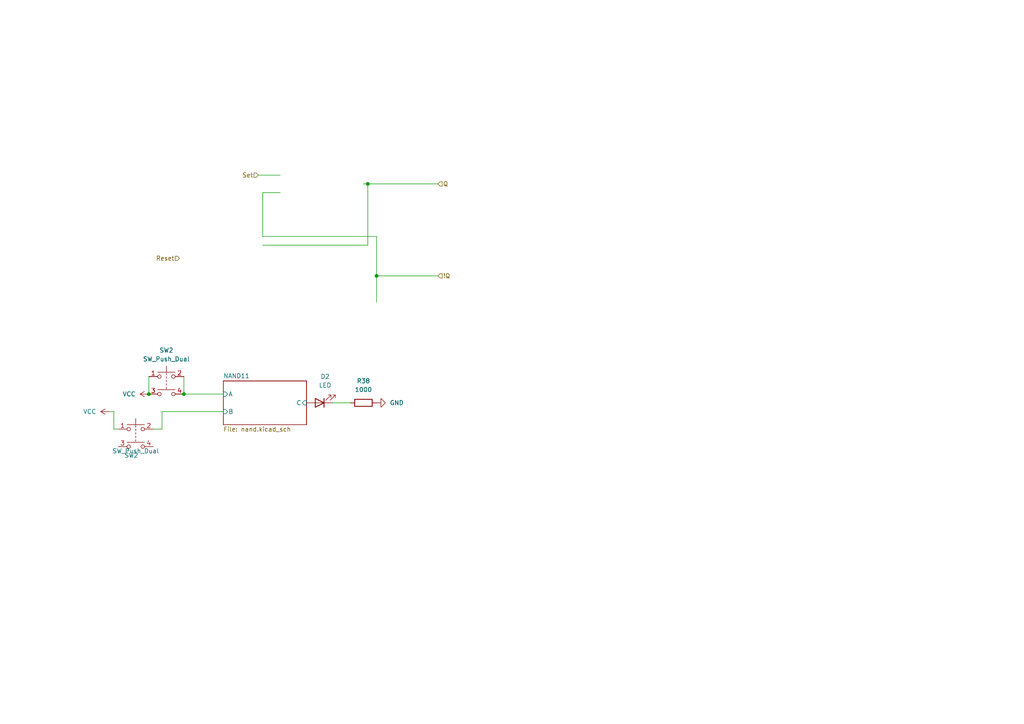
<source format=kicad_sch>
(kicad_sch (version 20230121) (generator eeschema)
  (paper "A4")
  (lib_symbols
    (symbol "Device:LED" (pin_numbers hide) (pin_names (offset 1.016) hide)
      (property "Reference" "D" (at 0 2.54 0))
      (property "Value" "LED" (at 0 -2.54 0))
      (symbol "LED_0_1"
        (polyline (pts (xy -1.27 -1.27) (xy -1.27 1.27)) (stroke (width 0.254)))
        (polyline (pts (xy -1.27 0) (xy 1.27 0)))
        (polyline (pts (xy 1.27 -1.27) (xy 1.27 1.27) (xy -1.27 0) (xy 1.27 -1.27)) (stroke (width 0.254)))
        (polyline (pts (xy -3.048 -0.762) (xy -4.572 -2.286) (xy -3.81 -2.286) (xy -4.572 -2.286) (xy -4.572 -1.524)))
        (polyline (pts (xy -1.778 -0.762) (xy -3.302 -2.286) (xy -2.54 -2.286) (xy -3.302 -2.286) (xy -3.302 -1.524)))
      )
      (symbol "LED_1_1"
        (pin passive line (at -3.81 0 0) (length 2.54) (name "K") (number "1"))
        (pin passive line (at 3.81 0 180) (length 2.54) (name "A") (number "2"))
      )
    )
    (symbol "Device:R" (pin_numbers hide) (pin_names (offset 0))
      (property "Reference" "R" (at 2.032 0 90))
      (property "Value" "R" (at 0 0 90))
      (symbol "R_0_1"
        (rectangle (start -1.016 -2.54) (end 1.016 2.54) (stroke (width 0.254)))
      )
      (symbol "R_1_1"
        (pin passive line (at 0 3.81 270) (length 1.27) (name "~") (number "1"))
        (pin passive line (at 0 -3.81 90) (length 1.27) (name "~") (number "2"))
      )
    )
    (symbol "Switch:SW_Push_Dual" (pin_names (offset 1.016) hide)
      (property "Reference" "SW" (at 1.27 2.54 0))
      (property "Value" "SW_Push_Dual" (at 0 -6.858 0))
      (symbol "SW_Push_Dual_0_1"
        (circle (center -2.032 -5.08) (radius 0.508))
        (circle (center -2.032 0) (radius 0.508))
        (polyline (pts (xy 0 -3.048) (xy 0 -3.556)))
        (polyline (pts (xy 0 -2.032) (xy 0 -2.54)))
        (polyline (pts (xy 0 -1.524) (xy 0 -1.016)))
        (polyline (pts (xy 0 -0.508) (xy 0 0)))
        (polyline (pts (xy 0 0.508) (xy 0 1.016)))
        (polyline (pts (xy 0 1.27) (xy 0 3.048)))
        (polyline (pts (xy 2.54 -3.81) (xy -2.54 -3.81)))
        (polyline (pts (xy 2.54 1.27) (xy -2.54 1.27)))
        (circle (center 2.032 -5.08) (radius 0.508))
        (circle (center 2.032 0) (radius 0.508))
        (pin passive line (at -5.08 0 0) (length 2.54) (name "1") (number "1"))
        (pin passive line (at 5.08 0 180) (length 2.54) (name "2") (number "2"))
        (pin passive line (at -5.08 -5.08 0) (length 2.54) (name "3") (number "3"))
        (pin passive line (at 5.08 -5.08 180) (length 2.54) (name "4") (number "4"))
      )
    )
    (symbol "power:GND" (power) (pin_names (offset 0))
      (property "Value" "GND" (at 0 -3.81 0))
      (symbol "GND_0_1"
        (polyline (pts (xy 0 0) (xy 0 -1.27) (xy 1.27 -1.27) (xy 0 -2.54) (xy -1.27 -1.27) (xy 0 -1.27)))
      )
      (symbol "GND_1_1"
        (pin power_in line (at 0 0 270) (length 0) hide (name "GND") (number "1"))
      )
    )
    (symbol "power:VCC" (power) (pin_names (offset 0))
      (property "Value" "VCC" (at 0 3.81 0))
      (symbol "VCC_0_1"
        (polyline (pts (xy -0.762 1.27) (xy 0 2.54)))
        (polyline (pts (xy 0 0) (xy 0 2.54)))
        (polyline (pts (xy 0 2.54) (xy 0.762 1.27)))
      )
      (symbol "VCC_1_1"
        (pin power_in line (at 0 0 90) (length 0) hide (name "VCC") (number "1"))
      )
    )
  )
  (junction (at 43.18 114.3))
  (junction (at 109.22 80.01))
  (junction (at 106.68 53.34))
  (junction (at 53.34 114.3))
  (wire (pts (xy 101.6 116.84) (xy 96.52 116.84)))
  (wire (pts (xy 76.2 68.58) (xy 76.2 55.88)))
  (wire (pts (xy 46.99 124.46) (xy 46.99 119.38)))
  (wire (pts (xy 33.02 124.46) (xy 33.02 119.38)))
  (wire (pts (xy 43.18 109.22) (xy 43.18 114.3)))
  (wire (pts (xy 109.22 68.58) (xy 76.2 68.58)))
  (wire (pts (xy 53.34 109.22) (xy 53.34 114.3)))
  (wire (pts (xy 34.29 124.46) (xy 33.02 124.46)))
  (wire (pts (xy 106.68 71.12) (xy 76.2 71.12)))
  (wire (pts (xy 109.22 80.01) (xy 127 80.01)))
  (wire (pts (xy 105.41 53.34) (xy 106.68 53.34)))
  (wire (pts (xy 106.68 53.34) (xy 127 53.34)))
  (wire (pts (xy 53.34 114.3) (xy 64.77 114.3)))
  (wire (pts (xy 44.45 124.46) (xy 46.99 124.46)))
  (wire (pts (xy 46.99 119.38) (xy 64.77 119.38)))
  (wire (pts (xy 106.68 53.34) (xy 106.68 71.12)))
  (wire (pts (xy 33.02 119.38) (xy 31.75 119.38)))
  (wire (pts (xy 74.93 50.8) (xy 81.28 50.8)))
  (wire (pts (xy 109.22 87.63) (xy 109.22 80.01)))
  (wire (pts (xy 109.22 80.01) (xy 109.22 68.58)))
  (wire (pts (xy 76.2 55.88) (xy 81.28 55.88)))
  (hierarchical_label "Set" (shape input) (at 74.93 50.8 180))
  (hierarchical_label "Reset" (shape input) (at 52.07 74.93 180))
  (hierarchical_label "!Q" (shape input) (at 127 80.01 0))
  (hierarchical_label "Q" (shape input) (at 127 53.34 0))
  (symbol (lib_id "Switch:SW_Push_Dual") (at 48.26 109.22 0) (unit 1)
    (property "Reference" "SW2" (at 48.26 101.6 0))
    (property "Value" "SW_Push_Dual" (at 48.26 104.14 0))
    (property "Footprint" "Button_Switch_THT:SW_PUSH_6mm" (effects hide))
    (instances (project "Sandbox" (path "" (reference "SW2") (unit 1)) (path "" (reference "SW4") (unit 1))))
  )
  (symbol (lib_id "power:VCC") (at 31.75 119.38 90) (unit 1)
    (property "Reference" "#PWR02" (effects hide))
    (property "Value" "VCC" (at 27.94 119.38 90) (effects (justify left)))
  )
  (symbol (lib_id "power:GND") (at 109.22 116.84 90) (unit 1)
    (property "Reference" "#PWR03" (effects hide))
    (property "Value" "GND" (at 113.03 116.84 90) (effects (justify right)))
  )
  (symbol (lib_id "Device:LED") (at 92.71 116.84 180) (unit 1)
    (property "Reference" "D2" (at 94.2975 109.22 0))
    (property "Value" "LED" (at 94.2975 111.76 0))
    (property "Footprint" "LED_THT:LED_D5.0mm_Clear" (effects hide))
    (instances (project "Sandbox" (path "" (reference "D2") (unit 1)) (path "" (reference "D3") (unit 1))))
  )
  (symbol (lib_id "power:VCC") (at 43.18 114.3 90) (unit 1)
    (property "Reference" "#PWR01" (effects hide))
    (property "Value" "VCC" (at 39.37 114.3 90) (effects (justify left)))
  )
  (symbol (lib_id "Device:R") (at 105.41 116.84 90) (unit 1)
    (property "Reference" "R38" (at 105.41 110.49 90))
    (property "Value" "1000" (at 105.41 113.03 90))
    (property "Footprint" "Resistor_THT:R_Axial_DIN0207_L6.3mm_D2.5mm_P10.16mm_Horizontal" (effects hide))
    (instances (project "Sandbox" (path "" (reference "R38") (unit 1)) (path "" (reference "R2") (unit 1))))
  )
  (symbol (lib_id "Switch:SW_Push_Dual") (at 39.37 124.46 0) (unit 1)
    (property "Reference" "SW2" (at 38.1 132.08 0))
    (property "Value" "SW_Push_Dual" (at 39.37 130.81 0))
    (property "Footprint" "Button_Switch_THT:SW_PUSH_6mm" (effects hide))
    (instances (project "Sandbox" (path "" (reference "SW2") (unit 1)) (path "" (reference "SW6") (unit 1))))
  )
  (sheet (at 64.77 110.49) (size 24.13 12.7) (stroke (width 0.1524))
    (property "Sheetname" "NAND11" (at 64.77 109.7784 0) (effects (justify left bottom)))
    (property "Sheetfile" "nand.kicad_sch" (at 64.77 123.7746 0) (effects (justify left top)))
    (pin "C" input (at 88.9 116.84 0))
    (pin "A" input (at 64.77 114.3 180))
    (pin "B" input (at 64.77 119.38 180))
  )
)
</source>
